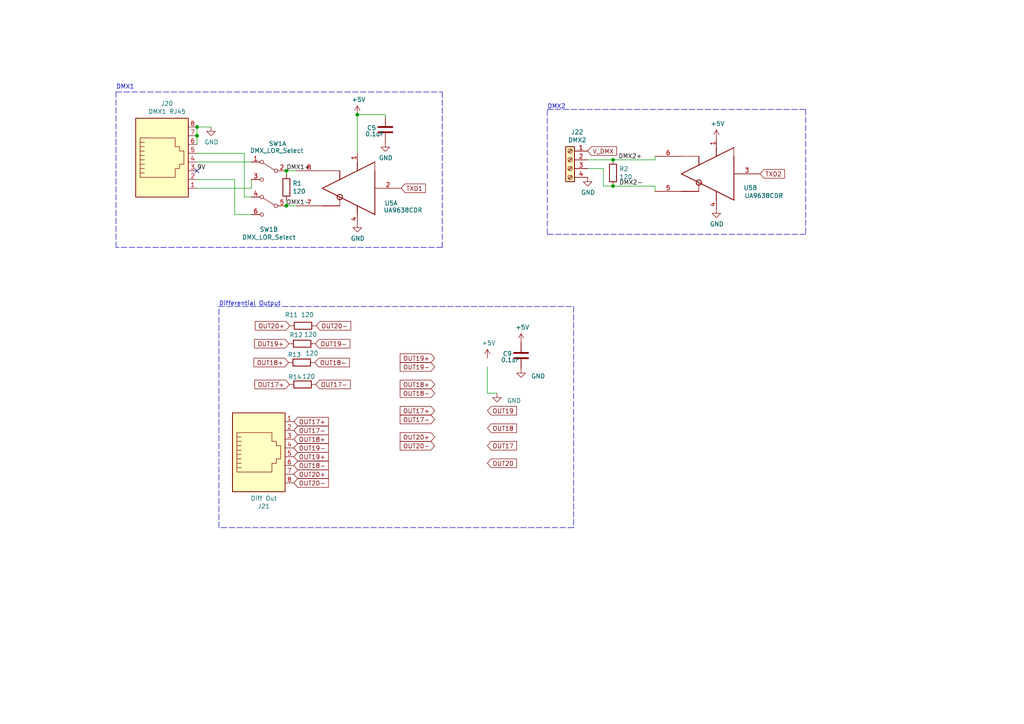
<source format=kicad_sch>
(kicad_sch (version 20211123) (generator eeschema)
  (paper "A4")
  (title_block (title "PB 16") (date "2020-08-11") (rev "v2") (company "Scott Hanson"))
  (lib_symbols
    (symbol "Connector:RJ45" (pin_names (offset 1.016))
      (property "Reference" "J" (at -5.08 13.97 0))
      (property "Value" "RJ45" (at 2.54 13.97 0))
      (symbol "RJ45_0_1"
        (polyline (pts (xy -5.08 4.445) (xy -6.35 4.445)))
        (polyline (pts (xy -5.08 5.715) (xy -6.35 5.715)))
        (polyline (pts (xy -6.35 -3.175) (xy -5.08 -3.175) (xy -5.08 -3.175)))
        (polyline (pts (xy -6.35 -1.905) (xy -5.08 -1.905) (xy -5.08 -1.905)))
        (polyline (pts (xy -6.35 -0.635) (xy -5.08 -0.635) (xy -5.08 -0.635)))
        (polyline (pts (xy -6.35 0.635) (xy -5.08 0.635) (xy -5.08 0.635)))
        (polyline (pts (xy -6.35 1.905) (xy -5.08 1.905) (xy -5.08 1.905)))
        (polyline (pts (xy -5.08 3.175) (xy -6.35 3.175) (xy -6.35 3.175)))
        (polyline (pts (xy -6.35 -4.445) (xy -6.35 6.985) (xy 3.81 6.985) (xy 3.81 4.445) (xy 5.08 4.445) (xy 5.08 3.175) (xy 6.35 3.175) (xy 6.35 -0.635) (xy 5.08 -0.635) (xy 5.08 -1.905) (xy 3.81 -1.905) (xy 3.81 -4.445) (xy -6.35 -4.445) (xy -6.35 -4.445)))
        (rectangle (start 7.62 12.7) (end -7.62 -10.16) (stroke (width 0.254)) (fill (type background)))
      )
      (symbol "RJ45_1_1"
        (pin passive line (at 10.16 -7.62 180) (length 2.54) (name "~") (number "1"))
        (pin passive line (at 10.16 -5.08 180) (length 2.54) (name "~") (number "2"))
        (pin passive line (at 10.16 -2.54 180) (length 2.54) (name "~") (number "3"))
        (pin passive line (at 10.16 0 180) (length 2.54) (name "~") (number "4"))
        (pin passive line (at 10.16 2.54 180) (length 2.54) (name "~") (number "5"))
        (pin passive line (at 10.16 5.08 180) (length 2.54) (name "~") (number "6"))
        (pin passive line (at 10.16 7.62 180) (length 2.54) (name "~") (number "7"))
        (pin passive line (at 10.16 10.16 180) (length 2.54) (name "~") (number "8"))
      )
    )
    (symbol "Connector:Screw_Terminal_01x04" (pin_names (offset 1.016) hide)
      (property "Reference" "J" (at 0 5.08 0))
      (property "Value" "Screw_Terminal_01x04" (at 0 -7.62 0))
      (symbol "Screw_Terminal_01x04_1_1"
        (rectangle (start -1.27 3.81) (end 1.27 -6.35) (stroke (width 0.254)) (fill (type background)))
        (circle (center 0 -5.08) (radius 0.635) (stroke (width 0.1524)))
        (circle (center 0 -2.54) (radius 0.635) (stroke (width 0.1524)))
        (polyline (pts (xy -0.5334 -4.7498) (xy 0.3302 -5.588)) (stroke (width 0.1524)))
        (polyline (pts (xy -0.5334 -2.2098) (xy 0.3302 -3.048)) (stroke (width 0.1524)))
        (polyline (pts (xy -0.5334 0.3302) (xy 0.3302 -0.508)) (stroke (width 0.1524)))
        (polyline (pts (xy -0.5334 2.8702) (xy 0.3302 2.032)) (stroke (width 0.1524)))
        (polyline (pts (xy -0.3556 -4.572) (xy 0.508 -5.4102)) (stroke (width 0.1524)))
        (polyline (pts (xy -0.3556 -2.032) (xy 0.508 -2.8702)) (stroke (width 0.1524)))
        (polyline (pts (xy -0.3556 0.508) (xy 0.508 -0.3302)) (stroke (width 0.1524)))
        (polyline (pts (xy -0.3556 3.048) (xy 0.508 2.2098)) (stroke (width 0.1524)))
        (circle (center 0 0) (radius 0.635) (stroke (width 0.1524)))
        (circle (center 0 2.54) (radius 0.635) (stroke (width 0.1524)))
        (pin passive line (at -5.08 2.54 0) (length 3.81) (name "Pin_1") (number "1"))
        (pin passive line (at -5.08 0 0) (length 3.81) (name "Pin_2") (number "2"))
        (pin passive line (at -5.08 -2.54 0) (length 3.81) (name "Pin_3") (number "3"))
        (pin passive line (at -5.08 -5.08 0) (length 3.81) (name "Pin_4") (number "4"))
      )
    )
    (symbol "Interface_LineDriver:UA9638CDR" (pin_names (offset 1.016) hide)
      (property "Reference" "U" (at -7.62 10.16 0))
      (property "Value" "UA9638CDR" (at 5.08 7.62 0))
      (symbol "UA9638CDR_0_1"
        (polyline (pts (xy -7.62 5.08) (xy -7.62 -7.62)) (stroke (width 0.254)) (fill (type background)))
        (polyline (pts (xy -7.62 5.08) (xy -7.62 7.62)))
        (polyline (pts (xy -7.62 7.62) (xy 7.62 0)) (stroke (width 0.254)))
        (polyline (pts (xy -2.54 -5.08) (xy -2.54 -7.62)) (stroke (width 0.254)))
        (polyline (pts (xy -2.54 5.08) (xy -2.54 7.62)) (stroke (width 0.254)))
        (polyline (pts (xy 2.54 -5.08) (xy 7.62 -5.08)) (stroke (width 0.254)))
        (polyline (pts (xy 2.54 -2.54) (xy 2.54 -5.08)))
        (polyline (pts (xy 2.54 5.08) (xy 2.54 2.54)) (stroke (width 0.254)))
        (polyline (pts (xy 7.62 0) (xy -7.62 -7.62)) (stroke (width 0.254)))
        (polyline (pts (xy 7.62 5.08) (xy 2.54 5.08)))
        (circle (center 2.54 -2.54) (radius 0.762) (stroke (width 0.254)))
      )
      (symbol "UA9638CDR_1_1"
        (pin power_in line (at -2.54 10.16 270) (length 2.54) (name "VCC") (number "1"))
        (pin input line (at -15.24 0 0) (length 7.62) (name "IN") (number "2"))
        (pin power_in line (at -2.54 -10.16 90) (length 2.54) (name "GND") (number "4"))
        (pin output line (at 15.24 -5.08 180) (length 7.62) (name "OUTA") (number "7"))
        (pin output line (at 15.24 5.08 180) (length 7.62) (name "OUTB") (number "8"))
      )
      (symbol "UA9638CDR_2_1"
        (pin power_in line (at -2.54 10.16 270) (length 2.54) (name "VCC") (number "1"))
        (pin input line (at -15.24 0 0) (length 7.62) (name "IN") (number "3"))
        (pin power_in line (at -2.54 -10.16 90) (length 2.54) (name "GND") (number "4"))
        (pin output line (at 15.24 -5.08 180) (length 7.62) (name "OUTA") (number "5"))
        (pin output line (at 15.24 5.08 180) (length 7.62) (name "OUTB") (number "6"))
      )
    )
    (symbol "PB_16-rescue:C-Device" (pin_numbers hide) (pin_names (offset 0.254))
      (property "Reference" "C" (at 0.635 2.54 0))
      (property "Value" "C-Device" (at 0.635 -2.54 0))
      (symbol "C-Device_0_1"
        (polyline (pts (xy -2.032 -0.762) (xy 2.032 -0.762)) (stroke (width 0.508)))
        (polyline (pts (xy -2.032 0.762) (xy 2.032 0.762)) (stroke (width 0.508)))
      )
      (symbol "C-Device_1_1"
        (pin passive line (at 0 3.81 270) (length 2.794) (name "~") (number "1"))
        (pin passive line (at 0 -3.81 90) (length 2.794) (name "~") (number "2"))
      )
    )
    (symbol "PB_16-rescue:R-Device" (pin_numbers hide) (pin_names (offset 0))
      (property "Reference" "R" (at 2.032 0 90))
      (property "Value" "R-Device" (at 0 0 90))
      (symbol "R-Device_0_1"
        (rectangle (start -1.016 -2.54) (end 1.016 2.54) (stroke (width 0.254)))
      )
      (symbol "R-Device_1_1"
        (pin passive line (at 0 3.81 270) (length 1.27) (name "~") (number "1"))
        (pin passive line (at 0 -3.81 90) (length 1.27) (name "~") (number "2"))
      )
    )
    (symbol "Switch:SW_DPDT_x2" (pin_names (offset 0) hide)
      (property "Reference" "SW" (at 0 4.318 0))
      (property "Value" "SW_DPDT_x2" (at 0 -5.08 0))
      (symbol "SW_DPDT_x2_0_0"
        (circle (center -2.032 0) (radius 0.508))
        (circle (center 2.032 -2.54) (radius 0.508))
      )
      (symbol "SW_DPDT_x2_0_1"
        (polyline (pts (xy -1.524 0.254) (xy 1.651 2.286)))
        (circle (center 2.032 2.54) (radius 0.508))
      )
      (symbol "SW_DPDT_x2_1_1"
        (pin passive line (at 5.08 2.54 180) (length 2.54) (name "A") (number "1"))
        (pin passive line (at -5.08 0 0) (length 2.54) (name "B") (number "2"))
        (pin passive line (at 5.08 -2.54 180) (length 2.54) (name "C") (number "3"))
      )
      (symbol "SW_DPDT_x2_2_1"
        (pin passive line (at 5.08 2.54 180) (length 2.54) (name "A") (number "4"))
        (pin passive line (at -5.08 0 0) (length 2.54) (name "B") (number "5"))
        (pin passive line (at 5.08 -2.54 180) (length 2.54) (name "C") (number "6"))
      )
    )
    (symbol "power:+5V" (power) (pin_names (offset 0))
      (property "Value" "+5V" (at 0 3.556 0))
      (symbol "+5V_0_1"
        (polyline (pts (xy -0.762 1.27) (xy 0 2.54)))
        (polyline (pts (xy 0 0) (xy 0 2.54)))
        (polyline (pts (xy 0 2.54) (xy 0.762 1.27)))
      )
      (symbol "+5V_1_1"
        (pin power_in line (at 0 0 90) (length 0) hide (name "+5V") (number "1"))
      )
    )
    (symbol "power:GND" (power) (pin_names (offset 0))
      (property "Value" "GND" (at 0 -3.81 0))
      (symbol "GND_0_1"
        (polyline (pts (xy 0 0) (xy 0 -1.27) (xy 1.27 -1.27) (xy 0 -2.54) (xy -1.27 -1.27) (xy 0 -1.27)))
      )
      (symbol "GND_1_1"
        (pin power_in line (at 0 0 270) (length 0) hide (name "GND") (number "1"))
      )
    )
  )
  (junction (at 83.058 49.53))
  (junction (at 177.8 53.975))
  (junction (at 57.15 39.37))
  (junction (at 57.15 36.83))
  (junction (at 103.632 33.274))
  (junction (at 177.8 46.355))
  (junction (at 83.058 59.69))
  (no_connect (at 57.15 49.53))
  (wire (pts (xy 83.058 58.166) (xy 83.058 59.69)))
  (polyline (pts (xy 63.5 153.035) (xy 63.5 88.9)))
  (wire (pts (xy 85.852 49.53) (xy 83.058 49.53)))
  (wire (pts (xy 72.898 52.07) (xy 72.898 54.61)))
  (wire (pts (xy 103.632 33.274) (xy 111.76 33.274)))
  (wire (pts (xy 57.15 46.99) (xy 72.898 46.99)))
  (wire (pts (xy 83.058 49.53) (xy 83.058 50.546)))
  (wire (pts (xy 57.15 41.91) (xy 57.15 39.37)))
  (polyline (pts (xy 166.37 153.035) (xy 63.5 153.035)))
  (polyline (pts (xy 233.68 67.945) (xy 158.75 67.945)))
  (polyline (pts (xy 128.27 26.67) (xy 128.27 71.755)))
  (wire (pts (xy 111.76 33.274) (xy 111.76 33.782)))
  (wire (pts (xy 175.006 48.895) (xy 175.006 53.975)))
  (wire (pts (xy 70.866 57.15) (xy 72.898 57.15)))
  (polyline (pts (xy 63.5 88.9) (xy 166.37 88.9)))
  (wire (pts (xy 83.058 59.69) (xy 85.852 59.69)))
  (wire (pts (xy 57.15 44.45) (xy 70.866 44.45)))
  (wire (pts (xy 170.434 48.895) (xy 175.006 48.895)))
  (wire (pts (xy 141.351 114.046) (xy 144.145 114.046)))
  (wire (pts (xy 189.992 55.499) (xy 189.992 53.975)))
  (wire (pts (xy 189.992 46.355) (xy 189.992 45.339)))
  (polyline (pts (xy 128.27 71.755) (xy 33.655 71.755)))
  (polyline (pts (xy 158.75 67.945) (xy 158.75 31.75)))
  (wire (pts (xy 57.15 52.07) (xy 68.072 52.07)))
  (wire (pts (xy 175.006 53.975) (xy 177.8 53.975)))
  (wire (pts (xy 61.214 36.83) (xy 57.15 36.83)))
  (polyline (pts (xy 33.655 26.67) (xy 128.27 26.67)))
  (wire (pts (xy 141.351 106.426) (xy 141.351 114.046)))
  (wire (pts (xy 72.898 62.23) (xy 68.072 62.23)))
  (wire (pts (xy 70.866 44.45) (xy 70.866 57.15)))
  (wire (pts (xy 68.072 52.07) (xy 68.072 62.23)))
  (polyline (pts (xy 166.37 88.9) (xy 166.37 153.035)))
  (wire (pts (xy 177.8 53.975) (xy 189.992 53.975)))
  (polyline (pts (xy 33.655 71.755) (xy 33.655 26.67)))
  (wire (pts (xy 170.434 46.355) (xy 177.8 46.355)))
  (wire (pts (xy 57.15 54.61) (xy 72.898 54.61)))
  (wire (pts (xy 177.8 46.355) (xy 189.992 46.355)))
  (wire (pts (xy 57.15 39.37) (xy 57.15 36.83)))
  (wire (pts (xy 103.632 44.45) (xy 103.632 33.274)))
  (polyline (pts (xy 233.68 31.75) (xy 233.68 67.945)))
  (polyline (pts (xy 158.75 31.75) (xy 233.68 31.75)))
  (text "DMX2" (at 158.75 31.75 0) (effects (font (size 1.27 1.27)) (justify left bottom)))
  (text "Differential Output" (at 63.5 88.9 0) (effects (font (size 1.27 1.27)) (justify left bottom)))
  (text "DMX1" (at 33.655 26.035 0) (effects (font (size 1.27 1.27)) (justify left bottom)))
  (label "DMX2+" (at 179.324 46.355 0))
  (label "DMX1+" (at 83.058 49.53 0))
  (label "9V" (at 57.15 49.53 0))
  (label "DMX1-" (at 83.058 59.69 0))
  (label "DMX2-" (at 179.578 53.975 0))
  (global_label "OUT17" (shape input) (at 141.351 129.286 0) (property "Intersheet References" "${INTERSHEET_REFS}" (effects hide)))
  (global_label "OUT17-" (shape input) (at 126.111 121.666 180) (property "Intersheet References" "${INTERSHEET_REFS}" (effects hide)))
  (global_label "OUT17+" (shape input) (at 85.217 122.301 0) (property "Intersheet References" "${INTERSHEET_REFS}" (effects hide)))
  (global_label "OUT19-" (shape input) (at 126.111 106.426 180) (property "Intersheet References" "${INTERSHEET_REFS}" (effects hide)))
  (global_label "OUT18-" (shape input) (at 91.313 105.156 0) (property "Intersheet References" "${INTERSHEET_REFS}" (effects hide)))
  (global_label "OUT20+" (shape input) (at 84.074 94.488 180) (property "Intersheet References" "${INTERSHEET_REFS}" (effects hide)))
  (global_label "OUT18+" (shape input) (at 83.693 105.156 180) (property "Intersheet References" "${INTERSHEET_REFS}" (effects hide)))
  (global_label "OUT17+" (shape input) (at 126.111 119.126 180) (property "Intersheet References" "${INTERSHEET_REFS}" (effects hide)))
  (global_label "TXD1" (shape input) (at 116.332 54.61 0) (property "Intersheet References" "${INTERSHEET_REFS}" (effects hide)))
  (global_label "OUT19-" (shape input) (at 85.217 129.921 0) (property "Intersheet References" "${INTERSHEET_REFS}" (effects hide)))
  (global_label "OUT20+" (shape input) (at 126.111 126.746 180) (property "Intersheet References" "${INTERSHEET_REFS}" (effects hide)))
  (global_label "OUT19+" (shape input) (at 83.82 99.695 180) (property "Intersheet References" "${INTERSHEET_REFS}" (effects hide)))
  (global_label "OUT20" (shape input) (at 141.351 134.366 0) (property "Intersheet References" "${INTERSHEET_REFS}" (effects hide)))
  (global_label "OUT17-" (shape input) (at 91.567 111.506 0) (property "Intersheet References" "${INTERSHEET_REFS}" (effects hide)))
  (global_label "OUT17-" (shape input) (at 85.217 124.841 0) (property "Intersheet References" "${INTERSHEET_REFS}" (effects hide)))
  (global_label "OUT17+" (shape input) (at 83.947 111.506 180) (property "Intersheet References" "${INTERSHEET_REFS}" (effects hide)))
  (global_label "OUT19+" (shape input) (at 126.111 103.886 180) (property "Intersheet References" "${INTERSHEET_REFS}" (effects hide)))
  (global_label "OUT19" (shape input) (at 141.351 119.126 0) (property "Intersheet References" "${INTERSHEET_REFS}" (effects hide)))
  (global_label "OUT19+" (shape input) (at 85.217 132.461 0) (property "Intersheet References" "${INTERSHEET_REFS}" (effects hide)))
  (global_label "OUT18+" (shape input) (at 85.217 127.381 0) (property "Intersheet References" "${INTERSHEET_REFS}" (effects hide)))
  (global_label "OUT20-" (shape input) (at 85.217 140.081 0) (property "Intersheet References" "${INTERSHEET_REFS}" (effects hide)))
  (global_label "OUT18-" (shape input) (at 126.111 114.046 180) (property "Intersheet References" "${INTERSHEET_REFS}" (effects hide)))
  (global_label "OUT20+" (shape input) (at 85.217 137.541 0) (property "Intersheet References" "${INTERSHEET_REFS}" (effects hide)))
  (global_label "OUT18-" (shape input) (at 85.217 135.001 0) (property "Intersheet References" "${INTERSHEET_REFS}" (effects hide)))
  (global_label "OUT20-" (shape input) (at 91.694 94.488 0) (property "Intersheet References" "${INTERSHEET_REFS}" (effects hide)))
  (global_label "OUT18+" (shape input) (at 126.111 111.506 180) (property "Intersheet References" "${INTERSHEET_REFS}" (effects hide)))
  (global_label "TXD2" (shape input) (at 220.472 50.419 0) (property "Intersheet References" "${INTERSHEET_REFS}" (effects hide)))
  (global_label "V_DMX" (shape input) (at 170.434 43.815 0) (property "Intersheet References" "${INTERSHEET_REFS}" (effects hide)))
  (global_label "OUT18" (shape input) (at 141.351 124.206 0) (property "Intersheet References" "${INTERSHEET_REFS}" (effects hide)))
  (global_label "OUT19-" (shape input) (at 91.44 99.695 0) (property "Intersheet References" "${INTERSHEET_REFS}" (effects hide)))
  (global_label "OUT20-" (shape input) (at 126.111 129.286 180) (property "Intersheet References" "${INTERSHEET_REFS}" (effects hide)))
  (symbol (lib_id "PB_16-rescue:R-Device") (at 177.8 50.165 0) (unit 1)
    (property "Reference" "R2" (at 179.578 48.9966 0) (effects (justify left)))
    (property "Value" "120" (at 179.578 51.308 0) (effects (justify left)))
    (property "Footprint" "Resistor_SMD:R_0805_2012Metric_Pad1.15x1.40mm_HandSolder" (effects hide))
    (property "Digi-Key_PN" "311-120ARCT-ND" (effects hide))
    (property "MPN" "RC0805JR-07120RL" (effects hide))
    (property "LCSC" "C17437" (effects hide))
  )
  (symbol (lib_id "power:GND") (at 170.434 51.435 0) (unit 1)
    (property "Reference" "#PWR033" (effects hide))
    (property "Value" "GND" (at 170.561 55.8292 0))
  )
  (symbol (lib_id "PB_16-rescue:C-Device") (at 111.76 37.592 0) (unit 1)
    (property "Reference" "C5" (at 106.426 37.084 0) (effects (justify left)))
    (property "Value" "0.1uF" (at 105.918 38.862 0) (effects (justify left)))
    (property "Footprint" "Capacitor_SMD:C_0805_2012Metric_Pad1.15x1.40mm_HandSolder" (effects hide))
    (property "Digi-Key_PN" "1276-1007-1-ND" (effects hide))
    (property "MPN" "CL21F104ZBCNNNC" (effects hide))
    (property "LCSC" "C49678" (effects hide))
  )
  (symbol (lib_id "power:GND") (at 111.76 41.402 0) (unit 1)
    (property "Reference" "#PWR037" (effects hide))
    (property "Value" "GND" (at 111.887 45.7962 0))
  )
  (symbol (lib_id "PB_16-rescue:R-Device") (at 83.058 54.356 0) (unit 1)
    (property "Reference" "R1" (at 84.836 53.1876 0) (effects (justify left)))
    (property "Value" "120" (at 84.836 55.499 0) (effects (justify left)))
    (property "Footprint" "Resistor_SMD:R_0805_2012Metric_Pad1.15x1.40mm_HandSolder" (effects hide))
    (property "Digi-Key_PN" "311-120ARCT-ND" (effects hide))
    (property "MPN" "RC0805JR-07120RL" (effects hide))
    (property "LCSC" "C17437" (effects hide))
  )
  (symbol (lib_id "power:GND") (at 207.772 60.579 0) (unit 1)
    (property "Reference" "#PWR038" (effects hide))
    (property "Value" "GND" (at 207.899 64.9732 0))
  )
  (symbol (lib_id "power:GND") (at 103.632 64.77 0) (unit 1)
    (property "Reference" "#PWR035" (effects hide))
    (property "Value" "GND" (at 103.759 69.1642 0))
  )
  (symbol (lib_id "power:+5V") (at 207.772 40.259 0) (unit 1)
    (property "Reference" "#PWR036" (effects hide))
    (property "Value" "+5V" (at 208.153 35.8648 0))
  )
  (symbol (lib_id "power:+5V") (at 103.632 33.274 0) (unit 1)
    (property "Reference" "#PWR032" (effects hide))
    (property "Value" "+5V" (at 104.013 28.8798 0))
  )
  (symbol (lib_id "Connector:Screw_Terminal_01x04") (at 165.354 46.355 0) (mirror y) (unit 1)
    (property "Reference" "J22" (at 167.4368 38.3032 0))
    (property "Value" "DMX2" (at 167.4368 40.6146 0))
    (property "Footprint" "TerminalBlock_Phoenix:TerminalBlock_Phoenix_MKDS-1,5-4_1x04_P5.00mm_Horizontal" (effects hide))
    (property "Digi-Key_PN" "277-1238-ND" (effects hide))
    (property "MPN" "1729034" (effects hide))
  )
  (symbol (lib_id "Interface_LineDriver:UA9638CDR") (at 101.092 54.61 0) (mirror y) (unit 1)
    (property "Reference" "U5" (at 111.506 58.928 0) (effects (justify right)))
    (property "Value" "UA9638CDR" (at 111.252 60.96 0) (effects (justify right)))
    (property "Footprint" "Package_SO:SOIC-8_3.9x4.9mm_P1.27mm" (effects hide))
    (property "Datasheet" "http://www.ti.com/lit/ds/symlink/ua9638.pdf" (effects hide))
    (property "Digi-Key_PN" "296-15058-1-ND" (effects hide))
    (property "MPN" "UA9638CDR" (effects hide))
    (property "LCSC" "C435812" (effects hide))
  )
  (symbol (lib_id "Interface_LineDriver:UA9638CDR") (at 205.232 50.419 0) (mirror y) (unit 2)
    (property "Reference" "U5" (at 215.646 54.483 0) (effects (justify right)))
    (property "Value" "UA9638CDR" (at 215.9 56.769 0) (effects (justify right)))
    (property "Footprint" "Package_SO:SOIC-8_3.9x4.9mm_P1.27mm" (effects hide))
    (property "Datasheet" "http://www.ti.com/lit/ds/symlink/ua9638.pdf" (effects hide))
    (property "Digi-Key_PN" "296-15058-1-ND" (effects hide))
    (property "MPN" "UA9638CDR" (effects hide))
    (property "LCSC" "C435812" (effects hide))
  )
  (symbol (lib_id "Connector:RJ45") (at 46.99 46.99 0) (unit 1)
    (property "Reference" "J20" (at 48.4378 30.0482 0))
    (property "Value" "DMX1 RJ45" (at 48.4378 32.3596 0))
    (property "Footprint" "Connector_RJ:RJ45_Amphenol_54602-x08_Horizontal" (effects hide))
    (property "Digi-Key_PN" "AE10392-ND" (effects hide))
    (property "MPN" "A-2014-2-4-R" (effects hide))
  )
  (symbol (lib_id "Connector:RJ45") (at 75.057 129.921 0) (mirror x) (unit 1)
    (property "Reference" "J21" (at 76.5048 146.8628 0))
    (property "Value" "Diff Out" (at 76.5048 144.5514 0))
    (property "Footprint" "Connector_RJ:RJ45_Amphenol_54602-x08_Horizontal" (effects hide))
    (property "Digi-Key_PN" "AE10392-ND" (effects hide))
    (property "MPN" "A-2014-2-4-R" (effects hide))
  )
  (symbol (lib_id "power:GND") (at 61.214 36.83 0) (unit 1)
    (property "Reference" "#PWR07" (effects hide))
    (property "Value" "GND" (at 61.341 41.2242 0))
  )
  (symbol (lib_id "PB_16-rescue:R-Device") (at 87.63 99.695 270) (unit 1)
    (property "Reference" "R12" (at 83.947 97.155 90) (effects (justify left)))
    (property "Value" "120" (at 88.138 97.028 90) (effects (justify left)))
    (property "Footprint" "Resistor_SMD:R_0805_2012Metric_Pad1.15x1.40mm_HandSolder" (effects hide))
    (property "Digi-Key_PN" "311-120ARCT-ND" (effects hide))
    (property "MPN" "RC0805JR-07120RL" (effects hide))
    (property "LCSC" "C17437" (effects hide))
  )
  (symbol (lib_id "PB_16-rescue:R-Device") (at 87.884 94.488 90) (unit 1)
    (property "Reference" "R11" (at 86.487 91.313 90) (effects (justify left)))
    (property "Value" "120" (at 91.059 91.313 90) (effects (justify left)))
    (property "Footprint" "Resistor_SMD:R_0805_2012Metric_Pad1.15x1.40mm_HandSolder" (effects hide))
    (property "Digi-Key_PN" "311-120ARCT-ND" (effects hide))
    (property "MPN" "RC0805JR-07120RL" (effects hide))
    (property "LCSC" "C17437" (effects hide))
  )
  (symbol (lib_id "PB_16-rescue:R-Device") (at 87.757 111.506 90) (unit 1)
    (property "Reference" "R14" (at 87.503 109.347 90) (effects (justify left)))
    (property "Value" "120" (at 91.44 109.22 90) (effects (justify left)))
    (property "Footprint" "Resistor_SMD:R_0805_2012Metric_Pad1.15x1.40mm_HandSolder" (effects hide))
    (property "Digi-Key_PN" "311-120ARCT-ND" (effects hide))
    (property "MPN" "RC0805JR-07120RL" (effects hide))
    (property "LCSC" "C17437" (effects hide))
  )
  (symbol (lib_id "PB_16-rescue:R-Device") (at 87.503 105.156 270) (unit 1)
    (property "Reference" "R13" (at 83.439 102.87 90) (effects (justify left)))
    (property "Value" "120" (at 88.519 102.489 90) (effects (justify left)))
    (property "Footprint" "Resistor_SMD:R_0805_2012Metric_Pad1.15x1.40mm_HandSolder" (effects hide))
    (property "Digi-Key_PN" "311-120ARCT-ND" (effects hide))
    (property "MPN" "RC0805JR-07120RL" (effects hide))
    (property "LCSC" "C17437" (effects hide))
  )
  (symbol (lib_id "PB_16-rescue:AM26C31-AM26C31") (at 133.731 119.126 0) (mirror y) (unit 1)
    (property "Reference" "U8" (at 133.731 98.171 0))
    (property "Value" "AM26C31" (at 133.731 100.4824 0))
    (property "Footprint" "Package_SO:SOIC-16_3.9x9.9mm_P1.27mm" (effects hide))
    (property "Datasheet" "http://www.ti.com.cn/cn/lit/ds/symlink/am26c31.pdf" (effects hide))
    (property "Farnell" "4975637" (effects hide))
    (property "Digi-Key_PN" "296-24344-1-ND" (effects hide))
    (property "MPN" "AM26C31IDR" (effects hide))
    (property "LCSC" "C157476" (effects hide))
  )
  (symbol (lib_id "PB_16-rescue:C-Device") (at 151.13 103.124 0) (unit 1)
    (property "Reference" "C9" (at 145.796 102.616 0) (effects (justify left)))
    (property "Value" "0.1uF" (at 145.288 104.394 0) (effects (justify left)))
    (property "Footprint" "Capacitor_SMD:C_0805_2012Metric_Pad1.15x1.40mm_HandSolder" (effects hide))
    (property "Digi-Key_PN" "1276-1007-1-ND" (effects hide))
    (property "MPN" "CL21F104ZBCNNNC" (effects hide))
    (property "LCSC" "C49678" (effects hide))
  )
  (symbol (lib_id "power:+5V") (at 141.351 103.886 0) (unit 1)
    (property "Reference" "#PWR0102" (effects hide))
    (property "Value" "+5V" (at 141.732 99.4918 0))
  )
  (symbol (lib_id "power:GND") (at 144.145 114.046 0) (unit 1)
    (property "Reference" "#PWR0103" (effects hide))
    (property "Value" "GND" (at 149.098 116.205 0))
  )
  (symbol (lib_id "power:+5V") (at 151.13 99.314 0) (unit 1)
    (property "Reference" "#PWR0109" (effects hide))
    (property "Value" "+5V" (at 151.511 94.9198 0))
  )
  (symbol (lib_id "power:GND") (at 151.13 106.934 0) (unit 1)
    (property "Reference" "#PWR0121" (effects hide))
    (property "Value" "GND" (at 156.083 109.093 0))
  )
  (symbol (lib_id "Switch:SW_DPDT_x2") (at 77.978 49.53 0) (mirror y) (unit 1)
    (property "Reference" "SW1" (at 80.518 41.656 0))
    (property "Value" "DMX_LOR_Select" (at 80.264 43.688 0))
    (property "Footprint" "Button_Switch_THT:SW_CuK_JS202011CQN_DPDT_Straight" (effects hide))
    (property "Digi-Key_PN" "CKN10723CT-ND" (effects hide))
    (property "MPN" "JS202011JCQN" (effects hide))
  )
  (symbol (lib_id "Switch:SW_DPDT_x2") (at 77.978 59.69 0) (mirror y) (unit 2)
    (property "Reference" "SW1" (at 77.978 66.548 0))
    (property "Value" "DMX_LOR_Select" (at 77.978 68.834 0))
    (property "Footprint" "Button_Switch_THT:SW_CuK_JS202011CQN_DPDT_Straight" (effects hide))
    (property "Digi-Key_PN" "CKN10723CT-ND" (effects hide))
    (property "MPN" "JS202011JCQN" (effects hide))
  )
)
</source>
